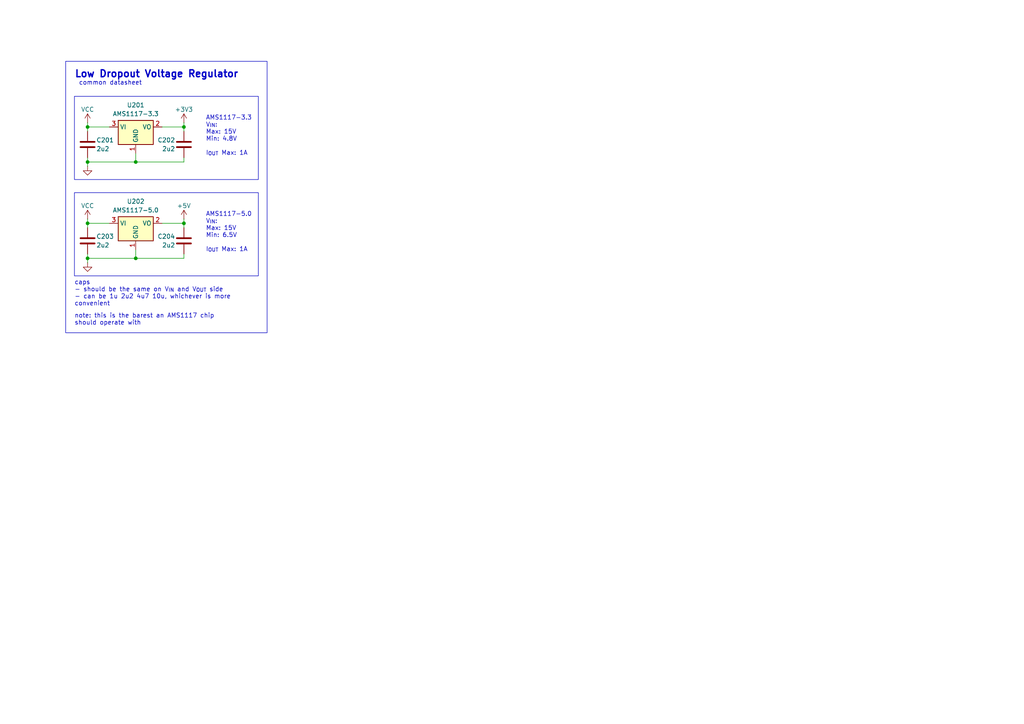
<source format=kicad_sch>
(kicad_sch (version 20231120) (generator "eeschema") (generator_version "8.0")
  (paper "A4")
  (title_block (title "Power: AMS1117") (date "2024-07-06") (rev "1") (company "Scott CJX"))
  (lib_symbols
    (symbol "Device:C" (pin_numbers hide) (pin_names (offset 0.254))
      (property "Reference" "C" (at 0.635 2.54 0))
      (property "Value" "C" (at 0.635 -2.54 0))
      (symbol "C_0_1"
        (polyline (pts (xy -2.032 -0.762) (xy 2.032 -0.762)) (stroke (width 0.508)))
        (polyline (pts (xy -2.032 0.762) (xy 2.032 0.762)) (stroke (width 0.508)))
      )
      (symbol "C_1_1"
        (pin passive line (at 0 3.81 270) (length 2.794) (name "~") (number "1"))
        (pin passive line (at 0 -3.81 90) (length 2.794) (name "~") (number "2"))
      )
    )
    (symbol "Regulator_Linear:AMS1117-3.3"
      (property "Reference" "U" (at -3.81 3.175 0))
      (property "Value" "AMS1117-3.3" (at 0 3.175 0))
      (symbol "AMS1117-3.3_0_1"
        (rectangle (start -5.08 -5.08) (end 5.08 1.905) (stroke (width 0.254)) (fill (type background)))
      )
      (symbol "AMS1117-3.3_1_1"
        (pin power_in line (at 0 -7.62 90) (length 2.54) (name "GND") (number "1"))
        (pin power_out line (at 7.62 0 180) (length 2.54) (name "VO") (number "2"))
        (pin power_in line (at -7.62 0 0) (length 2.54) (name "VI") (number "3"))
      )
    )
    (symbol "Regulator_Linear:AMS1117-5.0"
      (property "Reference" "U" (at -3.81 3.175 0))
      (property "Value" "AMS1117-5.0" (at 0 3.175 0))
      (symbol "AMS1117-5.0_0_1"
        (rectangle (start -5.08 -5.08) (end 5.08 1.905) (stroke (width 0.254)) (fill (type background)))
      )
      (symbol "AMS1117-5.0_1_1"
        (pin power_in line (at 0 -7.62 90) (length 2.54) (name "GND") (number "1"))
        (pin power_out line (at 7.62 0 180) (length 2.54) (name "VO") (number "2"))
        (pin power_in line (at -7.62 0 0) (length 2.54) (name "VI") (number "3"))
      )
    )
    (symbol "power:+3V3" (power) (pin_numbers hide) (pin_names (offset 0) hide)
      (property "Value" "+3V3" (at 0 3.556 0))
      (symbol "+3V3_0_1"
        (polyline (pts (xy -0.762 1.27) (xy 0 2.54)))
        (polyline (pts (xy 0 0) (xy 0 2.54)))
        (polyline (pts (xy 0 2.54) (xy 0.762 1.27)))
      )
      (symbol "+3V3_1_1"
        (pin power_in line (at 0 0 90) (length 0) (name "~") (number "1"))
      )
    )
    (symbol "power:+5V" (power) (pin_numbers hide) (pin_names (offset 0) hide)
      (property "Value" "+5V" (at 0 3.556 0))
      (symbol "+5V_0_1"
        (polyline (pts (xy -0.762 1.27) (xy 0 2.54)))
        (polyline (pts (xy 0 0) (xy 0 2.54)))
        (polyline (pts (xy 0 2.54) (xy 0.762 1.27)))
      )
      (symbol "+5V_1_1"
        (pin power_in line (at 0 0 90) (length 0) (name "~") (number "1"))
      )
    )
    (symbol "power:GND" (power) (pin_numbers hide) (pin_names (offset 0) hide)
      (property "Value" "GND" (at 0 -3.81 0))
      (symbol "GND_0_1"
        (polyline (pts (xy 0 0) (xy 0 -1.27) (xy 1.27 -1.27) (xy 0 -2.54) (xy -1.27 -1.27) (xy 0 -1.27)))
      )
      (symbol "GND_1_1"
        (pin power_in line (at 0 0 270) (length 0) (name "~") (number "1"))
      )
    )
    (symbol "power:VCC" (power) (pin_numbers hide) (pin_names (offset 0) hide)
      (property "Value" "VCC" (at 0 3.556 0))
      (symbol "VCC_0_1"
        (polyline (pts (xy -0.762 1.27) (xy 0 2.54)))
        (polyline (pts (xy 0 0) (xy 0 2.54)))
        (polyline (pts (xy 0 2.54) (xy 0.762 1.27)))
      )
      (symbol "VCC_1_1"
        (pin power_in line (at 0 0 90) (length 0) (name "~") (number "1"))
      )
    )
  )
  (junction (at 25.4 46.99))
  (junction (at 53.34 36.83))
  (junction (at 53.34 64.77))
  (junction (at 25.4 64.77))
  (junction (at 25.4 36.83))
  (junction (at 39.37 74.93))
  (junction (at 25.4 74.93))
  (junction (at 39.37 46.99))
  (wire (pts (xy 53.34 64.77) (xy 53.34 66.04)))
  (wire (pts (xy 25.4 46.99) (xy 25.4 48.26)))
  (wire (pts (xy 25.4 66.04) (xy 25.4 64.77)))
  (wire (pts (xy 39.37 74.93) (xy 53.34 74.93)))
  (wire (pts (xy 25.4 38.1) (xy 25.4 36.83)))
  (wire (pts (xy 53.34 46.99) (xy 53.34 45.72)))
  (wire (pts (xy 25.4 73.66) (xy 25.4 74.93)))
  (wire (pts (xy 53.34 36.83) (xy 53.34 38.1)))
  (wire (pts (xy 25.4 64.77) (xy 31.75 64.77)))
  (wire (pts (xy 39.37 44.45) (xy 39.37 46.99)))
  (wire (pts (xy 25.4 74.93) (xy 39.37 74.93)))
  (wire (pts (xy 53.34 64.77) (xy 46.99 64.77)))
  (wire (pts (xy 53.34 35.56) (xy 53.34 36.83)))
  (wire (pts (xy 53.34 74.93) (xy 53.34 73.66)))
  (wire (pts (xy 39.37 46.99) (xy 53.34 46.99)))
  (wire (pts (xy 53.34 63.5) (xy 53.34 64.77)))
  (wire (pts (xy 25.4 63.5) (xy 25.4 64.77)))
  (wire (pts (xy 25.4 35.56) (xy 25.4 36.83)))
  (wire (pts (xy 53.34 36.83) (xy 46.99 36.83)))
  (wire (pts (xy 25.4 74.93) (xy 25.4 76.2)))
  (wire (pts (xy 25.4 46.99) (xy 39.37 46.99)))
  (wire (pts (xy 25.4 45.72) (xy 25.4 46.99)))
  (wire (pts (xy 25.4 36.83) (xy 31.75 36.83)))
  (wire (pts (xy 39.37 72.39) (xy 39.37 74.93)))
  (rectangle (start 19.05 17.78) (end 77.47 96.52))
  (rectangle (start 21.59 27.94) (end 74.93 52.07))
  (rectangle (start 21.59 55.88) (end 74.93 80.01))
  (text "AMS1117-5.0\nV_{IN}:\nMax: 15V\nMin: 6.5V\n\nI_{OUT} Max: 1A" (at 59.69 67.31 0) (effects (font (size 1.27 1.27)) (justify left)))
  (text "note: this is the barest an AMS1117 chip \nshould operate with" (at 21.59 92.71 0) (effects (font (size 1.27 1.27)) (justify left)))
  (text "caps \n- should be the same on V_{IN} and V_{OUT} side\n- can be 1u 2u2 4u7 10u, whichever is more \nconvenient" (at 21.59 85.09 0) (effects (font (size 1.27 1.27)) (justify left)))
  (text "Low Dropout Voltage Regulator" (at 21.59 21.59 0) (effects (font (size 2 2) (thickness 0.4) (bold yes)) (justify left)))
  (text "AMS1117-3.3\nV_{IN}:\nMax: 15V\nMin: 4.8V\n\nI_{OUT} Max: 1A" (at 59.69 39.37 0) (effects (font (size 1.27 1.27)) (justify left)))
  (text "common datasheet" (at 22.86 24.13 0) (effects (font (size 1.27 1.27)) (justify left)))
  (symbol (lib_id "power:+3V3") (at 53.34 35.56 0) (unit 1)
    (property "Reference" "#PWR0202" (effects (hide yes)))
    (property "Value" "+3V3" (at 53.34 31.75 0))
    (property "Description" "Power symbol creates a global label with name \"+3V3\"" (effects (hide yes)))
  )
  (symbol (lib_id "power:VCC") (at 25.4 35.56 0) (unit 1)
    (property "Reference" "#PWR0201" (effects (hide yes)))
    (property "Value" "VCC" (at 25.4 31.75 0))
    (property "Description" "Power symbol creates a global label with name \"VCC\"" (effects (hide yes)))
  )
  (symbol (lib_id "power:+5V") (at 53.34 63.5 0) (unit 1)
    (property "Reference" "#PWR0205" (effects (hide yes)))
    (property "Value" "+5V" (at 53.34 59.69 0))
    (property "Description" "Power symbol creates a global label with name \"+5V\"" (effects (hide yes)))
  )
  (symbol (lib_id "Device:C") (at 25.4 69.85 0) (unit 1)
    (property "Reference" "C203" (at 27.94 68.58 0) (effects (justify left)))
    (property "Value" "2u2" (at 27.94 71.12 0) (effects (justify left)))
    (property "Description" "Unpolarized capacitor" (effects (hide yes)))
  )
  (symbol (lib_id "Device:C") (at 25.4 41.91 0) (unit 1)
    (property "Reference" "C201" (at 27.94 40.64 0) (effects (justify left)))
    (property "Value" "2u2" (at 27.94 43.18 0) (effects (justify left)))
    (property "Description" "Unpolarized capacitor" (effects (hide yes)))
  )
  (symbol (lib_id "Device:C") (at 53.34 69.85 0) (mirror y) (unit 1)
    (property "Reference" "C204" (at 50.8 68.58 0) (effects (justify left)))
    (property "Value" "2u2" (at 50.8 71.12 0) (effects (justify left)))
    (property "Description" "Unpolarized capacitor" (effects (hide yes)))
  )
  (symbol (lib_id "power:GND") (at 25.4 48.26 0) (unit 1)
    (property "Reference" "#PWR0203" (effects (hide yes)))
    (property "Value" "GND" (effects (hide yes)))
    (property "Description" "Power symbol creates a global label with name \"GND\" , ground" (effects (hide yes)))
  )
  (symbol (lib_id "Device:C") (at 53.34 41.91 0) (mirror y) (unit 1)
    (property "Reference" "C202" (at 50.8 40.64 0) (effects (justify left)))
    (property "Value" "2u2" (at 50.8 43.18 0) (effects (justify left)))
    (property "Description" "Unpolarized capacitor" (effects (hide yes)))
  )
  (symbol (lib_id "power:VCC") (at 25.4 63.5 0) (unit 1)
    (property "Reference" "#PWR0204" (effects (hide yes)))
    (property "Value" "VCC" (at 25.4 59.69 0))
    (property "Description" "Power symbol creates a global label with name \"VCC\"" (effects (hide yes)))
  )
  (symbol (lib_id "power:GND") (at 25.4 76.2 0) (unit 1)
    (property "Reference" "#PWR0206" (effects (hide yes)))
    (property "Value" "GND" (effects (hide yes)))
    (property "Description" "Power symbol creates a global label with name \"GND\" , ground" (effects (hide yes)))
  )
  (symbol (lib_id "Regulator_Linear:AMS1117-5.0") (at 39.37 64.77 0) (unit 1)
    (property "Reference" "U202" (at 39.37 58.42 0))
    (property "Value" "AMS1117-5.0" (at 39.37 60.96 0))
    (property "Footprint" "Package_TO_SOT_SMD:SOT-223-3_TabPin2" (effects (hide yes)))
    (property "Datasheet" "http://www.advanced-monolithic.com/pdf/ds1117.pdf" (effects (hide yes)))
    (property "Description" "1A Low Dropout regulator, positive, 5.0V fixed output, SOT-223" (effects (hide yes)))
    (property "LCSC" "C6187" (effects (hide yes)))
    (property "is JLCPCB Basic?" "Y" (effects (hide yes)))
  )
  (symbol (lib_id "Regulator_Linear:AMS1117-3.3") (at 39.37 36.83 0) (unit 1)
    (property "Reference" "U201" (at 39.37 30.48 0))
    (property "Value" "AMS1117-3.3" (at 39.37 33.02 0))
    (property "Footprint" "Package_TO_SOT_SMD:SOT-223-3_TabPin2" (effects (hide yes)))
    (property "Datasheet" "http://www.advanced-monolithic.com/pdf/ds1117.pdf" (effects (hide yes)))
    (property "Description" "1A Low Dropout regulator, positive, 3.3V fixed output, SOT-223" (effects (hide yes)))
    (property "LCSC" "C6186" (effects (hide yes)))
    (property "is JLCPCB Basic?" "Y" (effects (hide yes)))
  )
)
</source>
